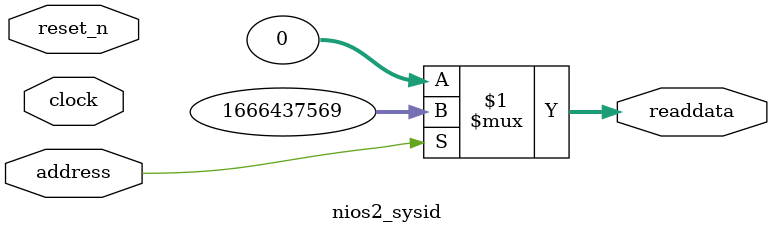
<source format=v>



// synthesis translate_off
`timescale 1ns / 1ps
// synthesis translate_on

// turn off superfluous verilog processor warnings 
// altera message_level Level1 
// altera message_off 10034 10035 10036 10037 10230 10240 10030 

module nios2_sysid (
               // inputs:
                address,
                clock,
                reset_n,

               // outputs:
                readdata
             )
;

  output  [ 31: 0] readdata;
  input            address;
  input            clock;
  input            reset_n;

  wire    [ 31: 0] readdata;
  //control_slave, which is an e_avalon_slave
  assign readdata = address ? 1666437569 : 0;

endmodule



</source>
